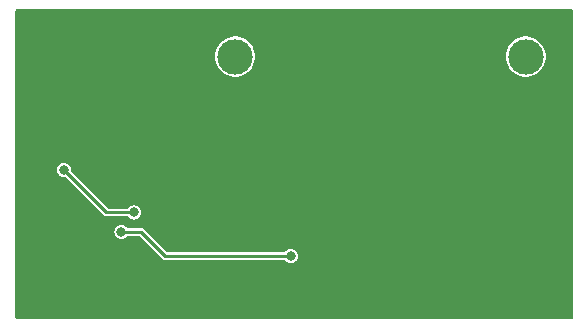
<source format=gbr>
%TF.GenerationSoftware,KiCad,Pcbnew,7.0.7*%
%TF.CreationDate,2024-01-22T10:51:04-08:00*%
%TF.ProjectId,DC-DC_converter_v2,44432d44-435f-4636-9f6e-766572746572,rev?*%
%TF.SameCoordinates,Original*%
%TF.FileFunction,Copper,L2,Bot*%
%TF.FilePolarity,Positive*%
%FSLAX46Y46*%
G04 Gerber Fmt 4.6, Leading zero omitted, Abs format (unit mm)*
G04 Created by KiCad (PCBNEW 7.0.7) date 2024-01-22 10:51:04*
%MOMM*%
%LPD*%
G01*
G04 APERTURE LIST*
%TA.AperFunction,ComponentPad*%
%ADD10C,3.000000*%
%TD*%
%TA.AperFunction,ViaPad*%
%ADD11C,0.800000*%
%TD*%
%TA.AperFunction,Conductor*%
%ADD12C,0.250000*%
%TD*%
G04 APERTURE END LIST*
D10*
%TO.P,U2,1,ground*%
%TO.N,GND*%
X104300000Y-60200000D03*
%TO.P,U2,2,power*%
%TO.N,/Vin*%
X96300000Y-60200000D03*
%TD*%
%TO.P,U3,1,ground*%
%TO.N,GND*%
X112900000Y-60200000D03*
%TO.P,U3,2,power*%
%TO.N,/Vout*%
X120900000Y-60200000D03*
%TD*%
D11*
%TO.N,/VCC*%
X81800000Y-69800000D03*
X87725000Y-73400000D03*
%TO.N,GND*%
X83700000Y-81000000D03*
X99200000Y-80200000D03*
X83700000Y-78800000D03*
X117600000Y-80200000D03*
X98100000Y-80200000D03*
X119800000Y-80200000D03*
X95900000Y-80200000D03*
X120900000Y-81300000D03*
X79300000Y-78800000D03*
X82600000Y-81000000D03*
X100300000Y-80200000D03*
X79300000Y-75100000D03*
X80400000Y-75100000D03*
X118700000Y-81300000D03*
X80400000Y-78800000D03*
X79300000Y-79900000D03*
X119800000Y-81300000D03*
X80400000Y-79900000D03*
X79300000Y-81000000D03*
X120900000Y-80200000D03*
X82600000Y-78800000D03*
X81500000Y-75100000D03*
X81500000Y-79900000D03*
X81500000Y-76200000D03*
X122000000Y-81300000D03*
X79300000Y-76200000D03*
X99200000Y-81300000D03*
X122000000Y-80200000D03*
X81500000Y-78800000D03*
X117600000Y-81300000D03*
X81500000Y-81000000D03*
X82600000Y-79900000D03*
X97000000Y-81300000D03*
X95900000Y-81300000D03*
X97000000Y-80200000D03*
X80400000Y-76200000D03*
X100300000Y-81300000D03*
X118700000Y-80200000D03*
X83700000Y-79900000D03*
X80400000Y-81000000D03*
X98100000Y-81300000D03*
%TO.N,/Vout*%
X86675000Y-75050000D03*
X101000000Y-77100000D03*
%TD*%
D12*
%TO.N,/VCC*%
X81800000Y-69800000D02*
X85400000Y-73400000D01*
X85400000Y-73400000D02*
X87725000Y-73400000D01*
%TO.N,/Vout*%
X86675000Y-75050000D02*
X88350000Y-75050000D01*
X90400000Y-77100000D02*
X101000000Y-77100000D01*
X88350000Y-75050000D02*
X90400000Y-77100000D01*
%TD*%
%TA.AperFunction,Conductor*%
%TO.N,GND*%
G36*
X124843039Y-56219685D02*
G01*
X124888794Y-56272489D01*
X124900000Y-56324000D01*
X124900000Y-82276000D01*
X124880315Y-82343039D01*
X124827511Y-82388794D01*
X124776000Y-82400000D01*
X77824000Y-82400000D01*
X77756961Y-82380315D01*
X77711206Y-82327511D01*
X77700000Y-82276000D01*
X77700000Y-75050001D01*
X86071336Y-75050001D01*
X86091904Y-75206238D01*
X86091905Y-75206240D01*
X86152210Y-75351829D01*
X86152211Y-75351831D01*
X86152212Y-75351832D01*
X86248145Y-75476855D01*
X86373168Y-75572788D01*
X86518760Y-75633095D01*
X86596879Y-75643379D01*
X86674999Y-75653664D01*
X86675000Y-75653664D01*
X86675001Y-75653664D01*
X86727079Y-75646807D01*
X86831240Y-75633095D01*
X86976832Y-75572788D01*
X87101855Y-75476855D01*
X87143937Y-75422011D01*
X87200364Y-75380811D01*
X87242312Y-75373500D01*
X88164640Y-75373500D01*
X88231679Y-75393185D01*
X88252321Y-75409819D01*
X90159340Y-77316839D01*
X90162995Y-77320828D01*
X90188849Y-77351638D01*
X90188850Y-77351639D01*
X90206251Y-77361685D01*
X90223668Y-77371741D01*
X90228233Y-77374649D01*
X90261174Y-77397715D01*
X90261178Y-77397716D01*
X90266270Y-77400091D01*
X90282370Y-77406760D01*
X90287643Y-77408679D01*
X90287646Y-77408679D01*
X90287649Y-77408681D01*
X90327273Y-77415667D01*
X90332507Y-77416827D01*
X90371370Y-77427241D01*
X90411439Y-77423735D01*
X90416839Y-77423500D01*
X100432688Y-77423500D01*
X100499727Y-77443185D01*
X100531061Y-77472010D01*
X100573145Y-77526855D01*
X100698168Y-77622788D01*
X100843760Y-77683095D01*
X100921879Y-77693379D01*
X100999999Y-77703664D01*
X101000000Y-77703664D01*
X101000001Y-77703664D01*
X101052080Y-77696807D01*
X101156240Y-77683095D01*
X101301832Y-77622788D01*
X101426855Y-77526855D01*
X101522788Y-77401832D01*
X101583095Y-77256240D01*
X101603664Y-77100000D01*
X101583095Y-76943760D01*
X101522788Y-76798168D01*
X101426855Y-76673145D01*
X101301832Y-76577212D01*
X101301828Y-76577210D01*
X101301829Y-76577210D01*
X101156240Y-76516905D01*
X101156238Y-76516904D01*
X101000001Y-76496336D01*
X100999999Y-76496336D01*
X100843761Y-76516904D01*
X100843759Y-76516905D01*
X100698170Y-76577210D01*
X100573146Y-76673143D01*
X100554978Y-76696820D01*
X100531062Y-76727988D01*
X100474636Y-76769189D01*
X100432688Y-76776500D01*
X90585361Y-76776500D01*
X90518322Y-76756815D01*
X90497680Y-76740181D01*
X89109327Y-75351829D01*
X88590647Y-74833149D01*
X88587002Y-74829170D01*
X88561151Y-74798361D01*
X88526326Y-74778255D01*
X88521763Y-74775348D01*
X88488824Y-74752283D01*
X88483748Y-74749916D01*
X88467625Y-74743238D01*
X88462352Y-74741319D01*
X88422746Y-74734335D01*
X88417469Y-74733165D01*
X88407812Y-74730577D01*
X88378629Y-74722758D01*
X88346858Y-74725538D01*
X88338560Y-74726264D01*
X88333161Y-74726500D01*
X87242312Y-74726500D01*
X87175273Y-74706815D01*
X87143938Y-74677989D01*
X87101855Y-74623145D01*
X87101853Y-74623144D01*
X87101853Y-74623143D01*
X87063941Y-74594052D01*
X86976832Y-74527212D01*
X86976828Y-74527210D01*
X86976829Y-74527210D01*
X86831240Y-74466905D01*
X86831238Y-74466904D01*
X86675001Y-74446336D01*
X86674999Y-74446336D01*
X86518761Y-74466904D01*
X86518759Y-74466905D01*
X86373170Y-74527210D01*
X86248145Y-74623145D01*
X86152210Y-74748170D01*
X86091905Y-74893759D01*
X86091904Y-74893761D01*
X86071336Y-75049998D01*
X86071336Y-75050001D01*
X77700000Y-75050001D01*
X77700000Y-69800001D01*
X81196336Y-69800001D01*
X81216904Y-69956238D01*
X81216905Y-69956240D01*
X81277210Y-70101829D01*
X81277211Y-70101831D01*
X81277212Y-70101832D01*
X81373145Y-70226855D01*
X81498168Y-70322788D01*
X81643760Y-70383095D01*
X81670832Y-70386659D01*
X81799999Y-70403664D01*
X81800000Y-70403664D01*
X81800001Y-70403664D01*
X81868534Y-70394641D01*
X81937569Y-70405406D01*
X81972401Y-70429899D01*
X85159340Y-73616839D01*
X85162995Y-73620828D01*
X85188849Y-73651638D01*
X85188850Y-73651639D01*
X85206251Y-73661685D01*
X85223668Y-73671741D01*
X85228233Y-73674649D01*
X85261174Y-73697715D01*
X85261178Y-73697716D01*
X85266270Y-73700091D01*
X85282370Y-73706760D01*
X85287643Y-73708679D01*
X85287646Y-73708679D01*
X85287649Y-73708681D01*
X85327273Y-73715667D01*
X85332507Y-73716827D01*
X85371370Y-73727241D01*
X85411439Y-73723735D01*
X85416839Y-73723500D01*
X87157688Y-73723500D01*
X87224727Y-73743185D01*
X87256061Y-73772010D01*
X87298145Y-73826855D01*
X87423168Y-73922788D01*
X87568760Y-73983095D01*
X87646880Y-73993379D01*
X87724999Y-74003664D01*
X87725000Y-74003664D01*
X87725001Y-74003664D01*
X87777079Y-73996807D01*
X87881240Y-73983095D01*
X88026832Y-73922788D01*
X88151855Y-73826855D01*
X88247788Y-73701832D01*
X88308095Y-73556240D01*
X88328664Y-73400000D01*
X88308095Y-73243760D01*
X88247788Y-73098168D01*
X88151855Y-72973145D01*
X88026832Y-72877212D01*
X88026828Y-72877210D01*
X88026829Y-72877210D01*
X87881240Y-72816905D01*
X87881238Y-72816904D01*
X87725001Y-72796336D01*
X87724999Y-72796336D01*
X87568761Y-72816904D01*
X87568759Y-72816905D01*
X87423170Y-72877210D01*
X87298146Y-72973143D01*
X87279978Y-72996820D01*
X87256062Y-73027988D01*
X87199636Y-73069189D01*
X87157688Y-73076500D01*
X85585361Y-73076500D01*
X85518322Y-73056815D01*
X85497680Y-73040181D01*
X82429899Y-69972401D01*
X82396414Y-69911078D01*
X82394641Y-69868534D01*
X82403664Y-69800000D01*
X82403664Y-69799998D01*
X82383095Y-69643761D01*
X82383095Y-69643760D01*
X82322788Y-69498168D01*
X82226855Y-69373145D01*
X82101832Y-69277212D01*
X82101828Y-69277210D01*
X82101829Y-69277210D01*
X81956240Y-69216905D01*
X81956238Y-69216904D01*
X81800001Y-69196336D01*
X81799999Y-69196336D01*
X81643761Y-69216904D01*
X81643759Y-69216905D01*
X81498170Y-69277210D01*
X81373145Y-69373145D01*
X81277210Y-69498170D01*
X81216905Y-69643759D01*
X81216904Y-69643761D01*
X81196336Y-69799998D01*
X81196336Y-69800001D01*
X77700000Y-69800001D01*
X77700000Y-60200004D01*
X94596737Y-60200004D01*
X94615760Y-60453855D01*
X94615761Y-60453858D01*
X94672408Y-60702046D01*
X94672410Y-60702051D01*
X94765413Y-60939018D01*
X94765412Y-60939018D01*
X94846108Y-61078785D01*
X94892698Y-61159482D01*
X95020896Y-61320237D01*
X95051423Y-61358517D01*
X95160969Y-61460160D01*
X95238033Y-61531665D01*
X95448369Y-61675069D01*
X95677728Y-61785523D01*
X95920988Y-61860559D01*
X95920989Y-61860559D01*
X95920992Y-61860560D01*
X96172707Y-61898499D01*
X96172712Y-61898499D01*
X96172715Y-61898500D01*
X96172716Y-61898500D01*
X96427284Y-61898500D01*
X96427285Y-61898500D01*
X96427292Y-61898499D01*
X96679007Y-61860560D01*
X96679008Y-61860559D01*
X96679012Y-61860559D01*
X96922272Y-61785523D01*
X97151632Y-61675069D01*
X97361967Y-61531665D01*
X97548580Y-61358513D01*
X97707302Y-61159482D01*
X97834587Y-60939018D01*
X97927592Y-60702046D01*
X97984239Y-60453858D01*
X98003263Y-60200004D01*
X119196737Y-60200004D01*
X119215760Y-60453855D01*
X119215761Y-60453858D01*
X119272408Y-60702046D01*
X119272410Y-60702051D01*
X119365413Y-60939018D01*
X119365412Y-60939018D01*
X119446108Y-61078785D01*
X119492698Y-61159482D01*
X119620896Y-61320237D01*
X119651423Y-61358517D01*
X119760969Y-61460160D01*
X119838033Y-61531665D01*
X120048369Y-61675069D01*
X120277728Y-61785523D01*
X120520988Y-61860559D01*
X120520989Y-61860559D01*
X120520992Y-61860560D01*
X120772707Y-61898499D01*
X120772712Y-61898499D01*
X120772715Y-61898500D01*
X120772716Y-61898500D01*
X121027284Y-61898500D01*
X121027285Y-61898500D01*
X121027292Y-61898499D01*
X121279007Y-61860560D01*
X121279008Y-61860559D01*
X121279012Y-61860559D01*
X121522272Y-61785523D01*
X121751632Y-61675069D01*
X121961967Y-61531665D01*
X122148580Y-61358513D01*
X122307302Y-61159482D01*
X122434587Y-60939018D01*
X122527592Y-60702046D01*
X122584239Y-60453858D01*
X122603263Y-60200000D01*
X122584239Y-59946142D01*
X122527592Y-59697954D01*
X122434587Y-59460982D01*
X122434586Y-59460981D01*
X122434587Y-59460981D01*
X122387997Y-59380285D01*
X122307302Y-59240518D01*
X122148580Y-59041487D01*
X122148579Y-59041486D01*
X122148576Y-59041482D01*
X121961967Y-58868335D01*
X121961964Y-58868333D01*
X121751632Y-58724931D01*
X121751628Y-58724929D01*
X121751625Y-58724927D01*
X121751624Y-58724926D01*
X121522274Y-58614478D01*
X121522276Y-58614478D01*
X121279013Y-58539441D01*
X121279007Y-58539439D01*
X121027292Y-58501500D01*
X121027285Y-58501500D01*
X120772715Y-58501500D01*
X120772707Y-58501500D01*
X120520992Y-58539439D01*
X120520986Y-58539441D01*
X120277727Y-58614477D01*
X120048372Y-58724929D01*
X120048368Y-58724931D01*
X119838035Y-58868333D01*
X119651423Y-59041482D01*
X119492698Y-59240518D01*
X119365413Y-59460981D01*
X119272410Y-59697948D01*
X119272405Y-59697965D01*
X119215760Y-59946144D01*
X119196737Y-60199995D01*
X119196737Y-60200004D01*
X98003263Y-60200004D01*
X98003263Y-60200000D01*
X97984239Y-59946142D01*
X97927592Y-59697954D01*
X97834587Y-59460982D01*
X97834586Y-59460981D01*
X97834587Y-59460981D01*
X97787997Y-59380285D01*
X97707302Y-59240518D01*
X97548580Y-59041487D01*
X97548579Y-59041486D01*
X97548576Y-59041482D01*
X97361967Y-58868335D01*
X97361964Y-58868333D01*
X97151632Y-58724931D01*
X97151628Y-58724929D01*
X97151625Y-58724927D01*
X97151624Y-58724926D01*
X96922274Y-58614478D01*
X96922276Y-58614478D01*
X96679013Y-58539441D01*
X96679007Y-58539439D01*
X96427292Y-58501500D01*
X96427285Y-58501500D01*
X96172715Y-58501500D01*
X96172707Y-58501500D01*
X95920992Y-58539439D01*
X95920986Y-58539441D01*
X95677727Y-58614477D01*
X95448372Y-58724929D01*
X95448368Y-58724931D01*
X95238035Y-58868333D01*
X95051423Y-59041482D01*
X94892698Y-59240518D01*
X94765413Y-59460981D01*
X94672410Y-59697948D01*
X94672405Y-59697965D01*
X94615760Y-59946144D01*
X94596737Y-60199995D01*
X94596737Y-60200004D01*
X77700000Y-60200004D01*
X77700000Y-56324000D01*
X77719685Y-56256961D01*
X77772489Y-56211206D01*
X77824000Y-56200000D01*
X124776000Y-56200000D01*
X124843039Y-56219685D01*
G37*
%TD.AperFunction*%
%TD*%
M02*

</source>
